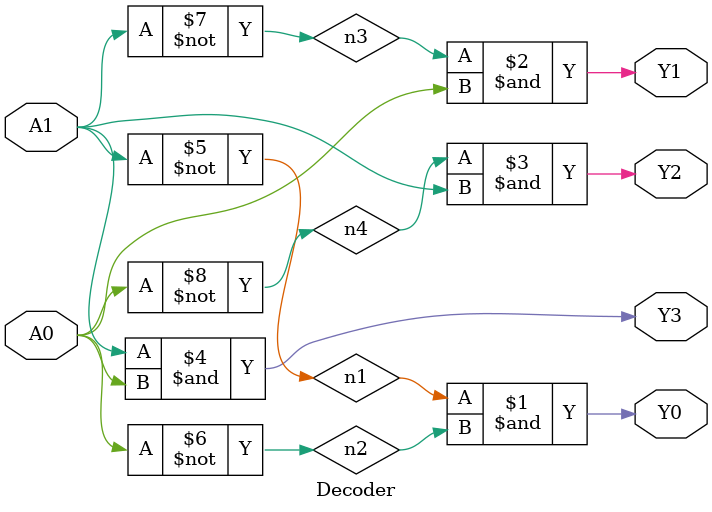
<source format=v>
`timescale 1ns / 1ps


module Decoder(input A1,input A0,output Y3,output Y2,output Y1,output Y0);
wire n1;
wire n2;
wire n3;
wire n4;
//00_y0
not(n1,A1);
not(n2,A0);
and(Y0,n1,n2);
//01_y1
not(n3,A1);
and(Y1,n3,A0);
//10_y2
not(n4,A0);
and(Y2,n4,A1);
//11_y3
and(Y3,A1,A0);
endmodule

</source>
